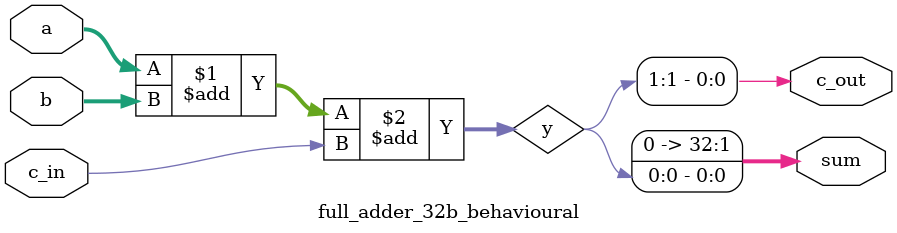
<source format=v>
module full_adder_32b_behavioural
                          #(parameter w = 32)
                          (output [32:0] sum, 
                           output c_out, 
                           input [w-1:0] a, 
                           input [w-1:0] b,
                           input c_in);
   
 wire [32:0] y;
 assign y = a + b + c_in;
 assign sum = y[0];
 assign c_out = y[1];
endmodule

</source>
